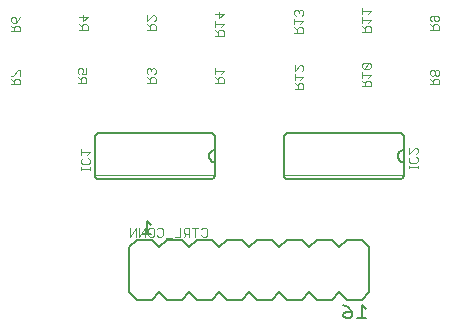
<source format=gbo>
G75*
G70*
%OFA0B0*%
%FSLAX24Y24*%
%IPPOS*%
%LPD*%
%AMOC8*
5,1,8,0,0,1.08239X$1,22.5*
%
%ADD10C,0.0060*%
%ADD11C,0.0020*%
%ADD12C,0.0030*%
%ADD13C,0.0050*%
D10*
X004882Y001167D02*
X004882Y002667D01*
X005132Y002917D01*
X005632Y002917D01*
X005882Y002667D01*
X006132Y002917D01*
X006632Y002917D01*
X006882Y002667D01*
X007132Y002917D01*
X007632Y002917D01*
X007882Y002667D01*
X008132Y002917D01*
X008632Y002917D01*
X008882Y002667D01*
X009132Y002917D01*
X009632Y002917D01*
X009882Y002667D01*
X010132Y002917D01*
X010632Y002917D01*
X010882Y002667D01*
X011132Y002917D01*
X011632Y002917D01*
X011882Y002667D01*
X012132Y002917D01*
X012632Y002917D01*
X012882Y002667D01*
X012882Y001167D01*
X012632Y000917D01*
X012132Y000917D01*
X011882Y001167D01*
X011632Y000917D01*
X011132Y000917D01*
X010882Y001167D01*
X010632Y000917D01*
X010132Y000917D01*
X009882Y001167D01*
X009632Y000917D01*
X009132Y000917D01*
X008882Y001167D01*
X008632Y000917D01*
X008132Y000917D01*
X007882Y001167D01*
X007632Y000917D01*
X007132Y000917D01*
X006882Y001167D01*
X006632Y000917D01*
X006132Y000917D01*
X005882Y001167D01*
X005632Y000917D01*
X005132Y000917D01*
X004882Y001167D01*
X003883Y004936D02*
X007583Y004936D01*
X007606Y004938D01*
X007629Y004943D01*
X007651Y004952D01*
X007671Y004965D01*
X007689Y004980D01*
X007704Y004998D01*
X007717Y005018D01*
X007726Y005040D01*
X007731Y005063D01*
X007733Y005086D01*
X007733Y006326D01*
X007731Y006349D01*
X007726Y006372D01*
X007717Y006394D01*
X007704Y006414D01*
X007689Y006432D01*
X007671Y006447D01*
X007651Y006460D01*
X007629Y006469D01*
X007606Y006474D01*
X007583Y006476D01*
X003883Y006476D01*
X003860Y006474D01*
X003837Y006469D01*
X003815Y006460D01*
X003795Y006447D01*
X003777Y006432D01*
X003762Y006414D01*
X003749Y006394D01*
X003740Y006372D01*
X003735Y006349D01*
X003733Y006326D01*
X003733Y005086D01*
X003735Y005063D01*
X003740Y005040D01*
X003749Y005018D01*
X003762Y004998D01*
X003777Y004980D01*
X003795Y004965D01*
X003815Y004952D01*
X003837Y004943D01*
X003860Y004938D01*
X003883Y004936D01*
X007733Y005506D02*
X007706Y005508D01*
X007679Y005513D01*
X007653Y005523D01*
X007629Y005535D01*
X007607Y005551D01*
X007587Y005569D01*
X007570Y005591D01*
X007555Y005614D01*
X007545Y005639D01*
X007537Y005665D01*
X007533Y005692D01*
X007533Y005720D01*
X007537Y005747D01*
X007545Y005773D01*
X007555Y005798D01*
X007570Y005821D01*
X007587Y005843D01*
X007607Y005861D01*
X007629Y005877D01*
X007653Y005889D01*
X007679Y005899D01*
X007706Y005904D01*
X007733Y005906D01*
X010032Y006326D02*
X010032Y005086D01*
X010034Y005063D01*
X010039Y005040D01*
X010048Y005018D01*
X010061Y004998D01*
X010076Y004980D01*
X010094Y004965D01*
X010114Y004952D01*
X010136Y004943D01*
X010159Y004938D01*
X010182Y004936D01*
X013882Y004936D01*
X013905Y004938D01*
X013928Y004943D01*
X013950Y004952D01*
X013970Y004965D01*
X013988Y004980D01*
X014003Y004998D01*
X014016Y005018D01*
X014025Y005040D01*
X014030Y005063D01*
X014032Y005086D01*
X014032Y006326D01*
X014030Y006349D01*
X014025Y006372D01*
X014016Y006394D01*
X014003Y006414D01*
X013988Y006432D01*
X013970Y006447D01*
X013950Y006460D01*
X013928Y006469D01*
X013905Y006474D01*
X013882Y006476D01*
X010182Y006476D01*
X010159Y006474D01*
X010136Y006469D01*
X010114Y006460D01*
X010094Y006447D01*
X010076Y006432D01*
X010061Y006414D01*
X010048Y006394D01*
X010039Y006372D01*
X010034Y006349D01*
X010032Y006326D01*
X014032Y005906D02*
X014005Y005904D01*
X013978Y005899D01*
X013952Y005889D01*
X013928Y005877D01*
X013906Y005861D01*
X013886Y005843D01*
X013869Y005821D01*
X013854Y005798D01*
X013844Y005773D01*
X013836Y005747D01*
X013832Y005720D01*
X013832Y005692D01*
X013836Y005665D01*
X013844Y005639D01*
X013854Y005614D01*
X013869Y005591D01*
X013886Y005569D01*
X013906Y005551D01*
X013928Y005535D01*
X013952Y005523D01*
X013978Y005513D01*
X014005Y005508D01*
X014032Y005506D01*
D11*
X014032Y005076D02*
X010032Y005076D01*
X007733Y005076D02*
X003733Y005076D01*
D12*
X003568Y005242D02*
X003568Y005338D01*
X003568Y005290D02*
X003278Y005290D01*
X003278Y005242D02*
X003278Y005338D01*
X003326Y005438D02*
X003278Y005486D01*
X003278Y005583D01*
X003326Y005632D01*
X003278Y005733D02*
X003278Y005926D01*
X003278Y005829D02*
X003568Y005829D01*
X003471Y005733D01*
X003520Y005632D02*
X003568Y005583D01*
X003568Y005486D01*
X003520Y005438D01*
X003326Y005438D01*
X004919Y003311D02*
X004919Y003021D01*
X005113Y003311D01*
X005113Y003021D01*
X005214Y003021D02*
X005214Y003311D01*
X005408Y003311D02*
X005214Y003021D01*
X005408Y003021D02*
X005408Y003311D01*
X005509Y003263D02*
X005557Y003311D01*
X005654Y003311D01*
X005702Y003263D01*
X005702Y003069D01*
X005654Y003021D01*
X005557Y003021D01*
X005509Y003069D01*
X005509Y003263D01*
X005803Y003263D02*
X005852Y003311D01*
X005948Y003311D01*
X005997Y003263D01*
X005997Y003069D01*
X005948Y003021D01*
X005852Y003021D01*
X005803Y003069D01*
X006098Y002972D02*
X006291Y002972D01*
X006393Y003021D02*
X006586Y003021D01*
X006586Y003311D01*
X006687Y003263D02*
X006687Y003166D01*
X006736Y003117D01*
X006881Y003117D01*
X006881Y003021D02*
X006881Y003311D01*
X006736Y003311D01*
X006687Y003263D01*
X006784Y003117D02*
X006687Y003021D01*
X007079Y003021D02*
X007079Y003311D01*
X007175Y003311D02*
X006982Y003311D01*
X007277Y003263D02*
X007325Y003311D01*
X007422Y003311D01*
X007470Y003263D01*
X007470Y003069D01*
X007422Y003021D01*
X007325Y003021D01*
X007277Y003069D01*
X014203Y005291D02*
X014203Y005388D01*
X014203Y005339D02*
X014493Y005339D01*
X014493Y005291D02*
X014493Y005388D01*
X014445Y005487D02*
X014251Y005487D01*
X014203Y005536D01*
X014203Y005632D01*
X014251Y005681D01*
X014203Y005782D02*
X014397Y005975D01*
X014445Y005975D01*
X014493Y005927D01*
X014493Y005830D01*
X014445Y005782D01*
X014445Y005681D02*
X014493Y005632D01*
X014493Y005536D01*
X014445Y005487D01*
X014203Y005782D02*
X014203Y005975D01*
X012934Y008028D02*
X012644Y008028D01*
X012741Y008028D02*
X012741Y008173D01*
X012789Y008221D01*
X012886Y008221D01*
X012934Y008173D01*
X012934Y008028D01*
X012741Y008124D02*
X012644Y008221D01*
X012644Y008322D02*
X012644Y008516D01*
X012644Y008419D02*
X012934Y008419D01*
X012837Y008322D01*
X012886Y008617D02*
X012692Y008617D01*
X012886Y008811D01*
X012692Y008811D01*
X012644Y008762D01*
X012644Y008665D01*
X012692Y008617D01*
X012886Y008617D02*
X012934Y008665D01*
X012934Y008762D01*
X012886Y008811D01*
X012934Y009849D02*
X012644Y009849D01*
X012741Y009849D02*
X012741Y009994D01*
X012789Y010042D01*
X012886Y010042D01*
X012934Y009994D01*
X012934Y009849D01*
X012741Y009945D02*
X012644Y010042D01*
X012644Y010143D02*
X012644Y010337D01*
X012644Y010240D02*
X012934Y010240D01*
X012837Y010143D01*
X012837Y010438D02*
X012934Y010535D01*
X012644Y010535D01*
X012644Y010631D02*
X012644Y010438D01*
X010670Y010437D02*
X010670Y010534D01*
X010622Y010582D01*
X010574Y010582D01*
X010525Y010534D01*
X010477Y010582D01*
X010428Y010582D01*
X010380Y010534D01*
X010380Y010437D01*
X010428Y010389D01*
X010380Y010288D02*
X010380Y010094D01*
X010380Y010191D02*
X010670Y010191D01*
X010574Y010094D01*
X010622Y009993D02*
X010525Y009993D01*
X010477Y009945D01*
X010477Y009799D01*
X010380Y009799D02*
X010670Y009799D01*
X010670Y009945D01*
X010622Y009993D01*
X010477Y009896D02*
X010380Y009993D01*
X010622Y010389D02*
X010670Y010437D01*
X010525Y010485D02*
X010525Y010534D01*
X008025Y010450D02*
X007880Y010305D01*
X007880Y010498D01*
X007735Y010450D02*
X008025Y010450D01*
X007735Y010204D02*
X007735Y010010D01*
X007735Y010107D02*
X008025Y010107D01*
X007928Y010010D01*
X007880Y009909D02*
X007831Y009861D01*
X007831Y009715D01*
X007735Y009715D02*
X008025Y009715D01*
X008025Y009861D01*
X007976Y009909D01*
X007880Y009909D01*
X007831Y009812D02*
X007735Y009909D01*
X007735Y008628D02*
X007735Y008435D01*
X007735Y008531D02*
X008025Y008531D01*
X007928Y008435D01*
X007880Y008333D02*
X007831Y008285D01*
X007831Y008140D01*
X007735Y008140D02*
X008025Y008140D01*
X008025Y008285D01*
X007976Y008333D01*
X007880Y008333D01*
X007831Y008237D02*
X007735Y008333D01*
X005761Y008285D02*
X005761Y008140D01*
X005471Y008140D01*
X005568Y008140D02*
X005568Y008285D01*
X005616Y008333D01*
X005713Y008333D01*
X005761Y008285D01*
X005713Y008435D02*
X005761Y008483D01*
X005761Y008580D01*
X005713Y008628D01*
X005664Y008628D01*
X005616Y008580D01*
X005568Y008628D01*
X005519Y008628D01*
X005471Y008580D01*
X005471Y008483D01*
X005519Y008435D01*
X005471Y008333D02*
X005568Y008237D01*
X005616Y008531D02*
X005616Y008580D01*
X005568Y009912D02*
X005568Y010057D01*
X005616Y010105D01*
X005713Y010105D01*
X005761Y010057D01*
X005761Y009912D01*
X005471Y009912D01*
X005568Y010008D02*
X005471Y010105D01*
X005471Y010206D02*
X005664Y010400D01*
X005713Y010400D01*
X005761Y010351D01*
X005761Y010255D01*
X005713Y010206D01*
X005471Y010206D02*
X005471Y010400D01*
X003497Y010351D02*
X003352Y010206D01*
X003352Y010400D01*
X003207Y010351D02*
X003497Y010351D01*
X003449Y010105D02*
X003352Y010105D01*
X003304Y010057D01*
X003304Y009912D01*
X003304Y010008D02*
X003207Y010105D01*
X003207Y009912D02*
X003497Y009912D01*
X003497Y010057D01*
X003449Y010105D01*
X003448Y008628D02*
X003448Y008435D01*
X003303Y008435D01*
X003351Y008531D01*
X003351Y008580D01*
X003303Y008628D01*
X003206Y008628D01*
X003158Y008580D01*
X003158Y008483D01*
X003206Y008435D01*
X003158Y008333D02*
X003255Y008237D01*
X003255Y008285D02*
X003255Y008140D01*
X003158Y008140D02*
X003448Y008140D01*
X003448Y008285D01*
X003400Y008333D01*
X003303Y008333D01*
X003255Y008285D01*
X001233Y008236D02*
X001233Y008091D01*
X000943Y008091D01*
X001040Y008091D02*
X001040Y008236D01*
X001088Y008284D01*
X001185Y008284D01*
X001233Y008236D01*
X001233Y008385D02*
X001233Y008579D01*
X001185Y008579D01*
X000992Y008385D01*
X000943Y008385D01*
X000943Y008284D02*
X001040Y008188D01*
X001040Y009862D02*
X001040Y010008D01*
X001088Y010056D01*
X001185Y010056D01*
X001233Y010008D01*
X001233Y009862D01*
X000943Y009862D01*
X001040Y009959D02*
X000943Y010056D01*
X000992Y010157D02*
X000943Y010205D01*
X000943Y010302D01*
X000992Y010351D01*
X001040Y010351D01*
X001088Y010302D01*
X001088Y010157D01*
X000992Y010157D01*
X001088Y010157D02*
X001185Y010254D01*
X001233Y010351D01*
X010392Y008727D02*
X010392Y008533D01*
X010586Y008727D01*
X010634Y008727D01*
X010682Y008678D01*
X010682Y008581D01*
X010634Y008533D01*
X010392Y008432D02*
X010392Y008238D01*
X010392Y008335D02*
X010682Y008335D01*
X010586Y008238D01*
X010634Y008137D02*
X010537Y008137D01*
X010489Y008089D01*
X010489Y007944D01*
X010489Y008041D02*
X010392Y008137D01*
X010392Y007944D02*
X010682Y007944D01*
X010682Y008089D01*
X010634Y008137D01*
X014920Y008091D02*
X015210Y008091D01*
X015210Y008236D01*
X015161Y008284D01*
X015065Y008284D01*
X015016Y008236D01*
X015016Y008091D01*
X015016Y008188D02*
X014920Y008284D01*
X014968Y008385D02*
X015016Y008385D01*
X015065Y008434D01*
X015065Y008531D01*
X015016Y008579D01*
X014968Y008579D01*
X014920Y008531D01*
X014920Y008434D01*
X014968Y008385D01*
X015065Y008434D02*
X015113Y008385D01*
X015161Y008385D01*
X015210Y008434D01*
X015210Y008531D01*
X015161Y008579D01*
X015113Y008579D01*
X015065Y008531D01*
X015004Y009898D02*
X015004Y010043D01*
X015053Y010091D01*
X015150Y010091D01*
X015198Y010043D01*
X015198Y009898D01*
X014908Y009898D01*
X015004Y009995D02*
X014908Y010091D01*
X014956Y010192D02*
X014908Y010241D01*
X014908Y010338D01*
X014956Y010386D01*
X015150Y010386D01*
X015198Y010338D01*
X015198Y010241D01*
X015150Y010192D01*
X015101Y010192D01*
X015053Y010241D01*
X015053Y010386D01*
D13*
X005618Y003392D02*
X005468Y003542D01*
X005468Y003092D01*
X005618Y003092D02*
X005318Y003092D01*
X012018Y000742D02*
X012168Y000667D01*
X012318Y000517D01*
X012093Y000517D01*
X012018Y000442D01*
X012018Y000367D01*
X012093Y000292D01*
X012243Y000292D01*
X012318Y000367D01*
X012318Y000517D01*
X012478Y000292D02*
X012778Y000292D01*
X012628Y000292D02*
X012628Y000742D01*
X012778Y000592D01*
M02*

</source>
